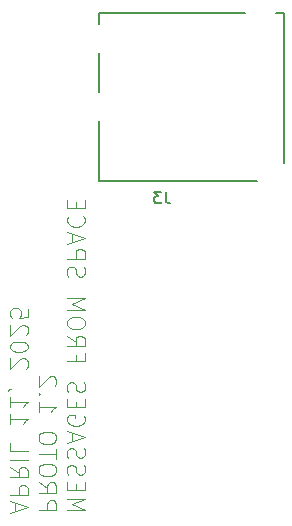
<source format=gbr>
%TF.GenerationSoftware,KiCad,Pcbnew,9.0.0*%
%TF.CreationDate,2025-04-11T15:06:13-04:00*%
%TF.ProjectId,Radiation3,52616469-6174-4696-9f6e-332e6b696361,rev?*%
%TF.SameCoordinates,Original*%
%TF.FileFunction,Legend,Bot*%
%TF.FilePolarity,Positive*%
%FSLAX46Y46*%
G04 Gerber Fmt 4.6, Leading zero omitted, Abs format (unit mm)*
G04 Created by KiCad (PCBNEW 9.0.0) date 2025-04-11 15:06:13*
%MOMM*%
%LPD*%
G01*
G04 APERTURE LIST*
%ADD10C,0.100000*%
%ADD11C,0.150000*%
%ADD12C,0.152400*%
G04 APERTURE END LIST*
D10*
X92268603Y-136277068D02*
X93768603Y-136277068D01*
X93768603Y-136277068D02*
X92697174Y-135777068D01*
X92697174Y-135777068D02*
X93768603Y-135277068D01*
X93768603Y-135277068D02*
X92268603Y-135277068D01*
X93054317Y-134562782D02*
X93054317Y-134062782D01*
X92268603Y-133848496D02*
X92268603Y-134562782D01*
X92268603Y-134562782D02*
X93768603Y-134562782D01*
X93768603Y-134562782D02*
X93768603Y-133848496D01*
X92340032Y-133277067D02*
X92268603Y-133062782D01*
X92268603Y-133062782D02*
X92268603Y-132705639D01*
X92268603Y-132705639D02*
X92340032Y-132562782D01*
X92340032Y-132562782D02*
X92411460Y-132491353D01*
X92411460Y-132491353D02*
X92554317Y-132419924D01*
X92554317Y-132419924D02*
X92697174Y-132419924D01*
X92697174Y-132419924D02*
X92840032Y-132491353D01*
X92840032Y-132491353D02*
X92911460Y-132562782D01*
X92911460Y-132562782D02*
X92982889Y-132705639D01*
X92982889Y-132705639D02*
X93054317Y-132991353D01*
X93054317Y-132991353D02*
X93125746Y-133134210D01*
X93125746Y-133134210D02*
X93197174Y-133205639D01*
X93197174Y-133205639D02*
X93340032Y-133277067D01*
X93340032Y-133277067D02*
X93482889Y-133277067D01*
X93482889Y-133277067D02*
X93625746Y-133205639D01*
X93625746Y-133205639D02*
X93697174Y-133134210D01*
X93697174Y-133134210D02*
X93768603Y-132991353D01*
X93768603Y-132991353D02*
X93768603Y-132634210D01*
X93768603Y-132634210D02*
X93697174Y-132419924D01*
X92340032Y-131848496D02*
X92268603Y-131634211D01*
X92268603Y-131634211D02*
X92268603Y-131277068D01*
X92268603Y-131277068D02*
X92340032Y-131134211D01*
X92340032Y-131134211D02*
X92411460Y-131062782D01*
X92411460Y-131062782D02*
X92554317Y-130991353D01*
X92554317Y-130991353D02*
X92697174Y-130991353D01*
X92697174Y-130991353D02*
X92840032Y-131062782D01*
X92840032Y-131062782D02*
X92911460Y-131134211D01*
X92911460Y-131134211D02*
X92982889Y-131277068D01*
X92982889Y-131277068D02*
X93054317Y-131562782D01*
X93054317Y-131562782D02*
X93125746Y-131705639D01*
X93125746Y-131705639D02*
X93197174Y-131777068D01*
X93197174Y-131777068D02*
X93340032Y-131848496D01*
X93340032Y-131848496D02*
X93482889Y-131848496D01*
X93482889Y-131848496D02*
X93625746Y-131777068D01*
X93625746Y-131777068D02*
X93697174Y-131705639D01*
X93697174Y-131705639D02*
X93768603Y-131562782D01*
X93768603Y-131562782D02*
X93768603Y-131205639D01*
X93768603Y-131205639D02*
X93697174Y-130991353D01*
X92697174Y-130419925D02*
X92697174Y-129705640D01*
X92268603Y-130562782D02*
X93768603Y-130062782D01*
X93768603Y-130062782D02*
X92268603Y-129562782D01*
X93697174Y-128277068D02*
X93768603Y-128419926D01*
X93768603Y-128419926D02*
X93768603Y-128634211D01*
X93768603Y-128634211D02*
X93697174Y-128848497D01*
X93697174Y-128848497D02*
X93554317Y-128991354D01*
X93554317Y-128991354D02*
X93411460Y-129062783D01*
X93411460Y-129062783D02*
X93125746Y-129134211D01*
X93125746Y-129134211D02*
X92911460Y-129134211D01*
X92911460Y-129134211D02*
X92625746Y-129062783D01*
X92625746Y-129062783D02*
X92482889Y-128991354D01*
X92482889Y-128991354D02*
X92340032Y-128848497D01*
X92340032Y-128848497D02*
X92268603Y-128634211D01*
X92268603Y-128634211D02*
X92268603Y-128491354D01*
X92268603Y-128491354D02*
X92340032Y-128277068D01*
X92340032Y-128277068D02*
X92411460Y-128205640D01*
X92411460Y-128205640D02*
X92911460Y-128205640D01*
X92911460Y-128205640D02*
X92911460Y-128491354D01*
X93054317Y-127562783D02*
X93054317Y-127062783D01*
X92268603Y-126848497D02*
X92268603Y-127562783D01*
X92268603Y-127562783D02*
X93768603Y-127562783D01*
X93768603Y-127562783D02*
X93768603Y-126848497D01*
X92340032Y-126277068D02*
X92268603Y-126062783D01*
X92268603Y-126062783D02*
X92268603Y-125705640D01*
X92268603Y-125705640D02*
X92340032Y-125562783D01*
X92340032Y-125562783D02*
X92411460Y-125491354D01*
X92411460Y-125491354D02*
X92554317Y-125419925D01*
X92554317Y-125419925D02*
X92697174Y-125419925D01*
X92697174Y-125419925D02*
X92840032Y-125491354D01*
X92840032Y-125491354D02*
X92911460Y-125562783D01*
X92911460Y-125562783D02*
X92982889Y-125705640D01*
X92982889Y-125705640D02*
X93054317Y-125991354D01*
X93054317Y-125991354D02*
X93125746Y-126134211D01*
X93125746Y-126134211D02*
X93197174Y-126205640D01*
X93197174Y-126205640D02*
X93340032Y-126277068D01*
X93340032Y-126277068D02*
X93482889Y-126277068D01*
X93482889Y-126277068D02*
X93625746Y-126205640D01*
X93625746Y-126205640D02*
X93697174Y-126134211D01*
X93697174Y-126134211D02*
X93768603Y-125991354D01*
X93768603Y-125991354D02*
X93768603Y-125634211D01*
X93768603Y-125634211D02*
X93697174Y-125419925D01*
X93054317Y-123134212D02*
X93054317Y-123634212D01*
X92268603Y-123634212D02*
X93768603Y-123634212D01*
X93768603Y-123634212D02*
X93768603Y-122919926D01*
X92268603Y-121491355D02*
X92982889Y-121991355D01*
X92268603Y-122348498D02*
X93768603Y-122348498D01*
X93768603Y-122348498D02*
X93768603Y-121777069D01*
X93768603Y-121777069D02*
X93697174Y-121634212D01*
X93697174Y-121634212D02*
X93625746Y-121562783D01*
X93625746Y-121562783D02*
X93482889Y-121491355D01*
X93482889Y-121491355D02*
X93268603Y-121491355D01*
X93268603Y-121491355D02*
X93125746Y-121562783D01*
X93125746Y-121562783D02*
X93054317Y-121634212D01*
X93054317Y-121634212D02*
X92982889Y-121777069D01*
X92982889Y-121777069D02*
X92982889Y-122348498D01*
X93768603Y-120562783D02*
X93768603Y-120277069D01*
X93768603Y-120277069D02*
X93697174Y-120134212D01*
X93697174Y-120134212D02*
X93554317Y-119991355D01*
X93554317Y-119991355D02*
X93268603Y-119919926D01*
X93268603Y-119919926D02*
X92768603Y-119919926D01*
X92768603Y-119919926D02*
X92482889Y-119991355D01*
X92482889Y-119991355D02*
X92340032Y-120134212D01*
X92340032Y-120134212D02*
X92268603Y-120277069D01*
X92268603Y-120277069D02*
X92268603Y-120562783D01*
X92268603Y-120562783D02*
X92340032Y-120705641D01*
X92340032Y-120705641D02*
X92482889Y-120848498D01*
X92482889Y-120848498D02*
X92768603Y-120919926D01*
X92768603Y-120919926D02*
X93268603Y-120919926D01*
X93268603Y-120919926D02*
X93554317Y-120848498D01*
X93554317Y-120848498D02*
X93697174Y-120705641D01*
X93697174Y-120705641D02*
X93768603Y-120562783D01*
X92268603Y-119277069D02*
X93768603Y-119277069D01*
X93768603Y-119277069D02*
X92697174Y-118777069D01*
X92697174Y-118777069D02*
X93768603Y-118277069D01*
X93768603Y-118277069D02*
X92268603Y-118277069D01*
X92340032Y-116491354D02*
X92268603Y-116277069D01*
X92268603Y-116277069D02*
X92268603Y-115919926D01*
X92268603Y-115919926D02*
X92340032Y-115777069D01*
X92340032Y-115777069D02*
X92411460Y-115705640D01*
X92411460Y-115705640D02*
X92554317Y-115634211D01*
X92554317Y-115634211D02*
X92697174Y-115634211D01*
X92697174Y-115634211D02*
X92840032Y-115705640D01*
X92840032Y-115705640D02*
X92911460Y-115777069D01*
X92911460Y-115777069D02*
X92982889Y-115919926D01*
X92982889Y-115919926D02*
X93054317Y-116205640D01*
X93054317Y-116205640D02*
X93125746Y-116348497D01*
X93125746Y-116348497D02*
X93197174Y-116419926D01*
X93197174Y-116419926D02*
X93340032Y-116491354D01*
X93340032Y-116491354D02*
X93482889Y-116491354D01*
X93482889Y-116491354D02*
X93625746Y-116419926D01*
X93625746Y-116419926D02*
X93697174Y-116348497D01*
X93697174Y-116348497D02*
X93768603Y-116205640D01*
X93768603Y-116205640D02*
X93768603Y-115848497D01*
X93768603Y-115848497D02*
X93697174Y-115634211D01*
X92268603Y-114991355D02*
X93768603Y-114991355D01*
X93768603Y-114991355D02*
X93768603Y-114419926D01*
X93768603Y-114419926D02*
X93697174Y-114277069D01*
X93697174Y-114277069D02*
X93625746Y-114205640D01*
X93625746Y-114205640D02*
X93482889Y-114134212D01*
X93482889Y-114134212D02*
X93268603Y-114134212D01*
X93268603Y-114134212D02*
X93125746Y-114205640D01*
X93125746Y-114205640D02*
X93054317Y-114277069D01*
X93054317Y-114277069D02*
X92982889Y-114419926D01*
X92982889Y-114419926D02*
X92982889Y-114991355D01*
X92697174Y-113562783D02*
X92697174Y-112848498D01*
X92268603Y-113705640D02*
X93768603Y-113205640D01*
X93768603Y-113205640D02*
X92268603Y-112705640D01*
X92411460Y-111348498D02*
X92340032Y-111419926D01*
X92340032Y-111419926D02*
X92268603Y-111634212D01*
X92268603Y-111634212D02*
X92268603Y-111777069D01*
X92268603Y-111777069D02*
X92340032Y-111991355D01*
X92340032Y-111991355D02*
X92482889Y-112134212D01*
X92482889Y-112134212D02*
X92625746Y-112205641D01*
X92625746Y-112205641D02*
X92911460Y-112277069D01*
X92911460Y-112277069D02*
X93125746Y-112277069D01*
X93125746Y-112277069D02*
X93411460Y-112205641D01*
X93411460Y-112205641D02*
X93554317Y-112134212D01*
X93554317Y-112134212D02*
X93697174Y-111991355D01*
X93697174Y-111991355D02*
X93768603Y-111777069D01*
X93768603Y-111777069D02*
X93768603Y-111634212D01*
X93768603Y-111634212D02*
X93697174Y-111419926D01*
X93697174Y-111419926D02*
X93625746Y-111348498D01*
X93054317Y-110705641D02*
X93054317Y-110205641D01*
X92268603Y-109991355D02*
X92268603Y-110705641D01*
X92268603Y-110705641D02*
X93768603Y-110705641D01*
X93768603Y-110705641D02*
X93768603Y-109991355D01*
X89853687Y-136277068D02*
X91353687Y-136277068D01*
X91353687Y-136277068D02*
X91353687Y-135705639D01*
X91353687Y-135705639D02*
X91282258Y-135562782D01*
X91282258Y-135562782D02*
X91210830Y-135491353D01*
X91210830Y-135491353D02*
X91067973Y-135419925D01*
X91067973Y-135419925D02*
X90853687Y-135419925D01*
X90853687Y-135419925D02*
X90710830Y-135491353D01*
X90710830Y-135491353D02*
X90639401Y-135562782D01*
X90639401Y-135562782D02*
X90567973Y-135705639D01*
X90567973Y-135705639D02*
X90567973Y-136277068D01*
X89853687Y-133919925D02*
X90567973Y-134419925D01*
X89853687Y-134777068D02*
X91353687Y-134777068D01*
X91353687Y-134777068D02*
X91353687Y-134205639D01*
X91353687Y-134205639D02*
X91282258Y-134062782D01*
X91282258Y-134062782D02*
X91210830Y-133991353D01*
X91210830Y-133991353D02*
X91067973Y-133919925D01*
X91067973Y-133919925D02*
X90853687Y-133919925D01*
X90853687Y-133919925D02*
X90710830Y-133991353D01*
X90710830Y-133991353D02*
X90639401Y-134062782D01*
X90639401Y-134062782D02*
X90567973Y-134205639D01*
X90567973Y-134205639D02*
X90567973Y-134777068D01*
X91353687Y-132991353D02*
X91353687Y-132705639D01*
X91353687Y-132705639D02*
X91282258Y-132562782D01*
X91282258Y-132562782D02*
X91139401Y-132419925D01*
X91139401Y-132419925D02*
X90853687Y-132348496D01*
X90853687Y-132348496D02*
X90353687Y-132348496D01*
X90353687Y-132348496D02*
X90067973Y-132419925D01*
X90067973Y-132419925D02*
X89925116Y-132562782D01*
X89925116Y-132562782D02*
X89853687Y-132705639D01*
X89853687Y-132705639D02*
X89853687Y-132991353D01*
X89853687Y-132991353D02*
X89925116Y-133134211D01*
X89925116Y-133134211D02*
X90067973Y-133277068D01*
X90067973Y-133277068D02*
X90353687Y-133348496D01*
X90353687Y-133348496D02*
X90853687Y-133348496D01*
X90853687Y-133348496D02*
X91139401Y-133277068D01*
X91139401Y-133277068D02*
X91282258Y-133134211D01*
X91282258Y-133134211D02*
X91353687Y-132991353D01*
X91353687Y-131919924D02*
X91353687Y-131062782D01*
X89853687Y-131491353D02*
X91353687Y-131491353D01*
X91353687Y-130277067D02*
X91353687Y-129991353D01*
X91353687Y-129991353D02*
X91282258Y-129848496D01*
X91282258Y-129848496D02*
X91139401Y-129705639D01*
X91139401Y-129705639D02*
X90853687Y-129634210D01*
X90853687Y-129634210D02*
X90353687Y-129634210D01*
X90353687Y-129634210D02*
X90067973Y-129705639D01*
X90067973Y-129705639D02*
X89925116Y-129848496D01*
X89925116Y-129848496D02*
X89853687Y-129991353D01*
X89853687Y-129991353D02*
X89853687Y-130277067D01*
X89853687Y-130277067D02*
X89925116Y-130419925D01*
X89925116Y-130419925D02*
X90067973Y-130562782D01*
X90067973Y-130562782D02*
X90353687Y-130634210D01*
X90353687Y-130634210D02*
X90853687Y-130634210D01*
X90853687Y-130634210D02*
X91139401Y-130562782D01*
X91139401Y-130562782D02*
X91282258Y-130419925D01*
X91282258Y-130419925D02*
X91353687Y-130277067D01*
X89853687Y-127062781D02*
X89853687Y-127919924D01*
X89853687Y-127491353D02*
X91353687Y-127491353D01*
X91353687Y-127491353D02*
X91139401Y-127634210D01*
X91139401Y-127634210D02*
X90996544Y-127777067D01*
X90996544Y-127777067D02*
X90925116Y-127919924D01*
X89996544Y-126419925D02*
X89925116Y-126348496D01*
X89925116Y-126348496D02*
X89853687Y-126419925D01*
X89853687Y-126419925D02*
X89925116Y-126491353D01*
X89925116Y-126491353D02*
X89996544Y-126419925D01*
X89996544Y-126419925D02*
X89853687Y-126419925D01*
X91210830Y-125777067D02*
X91282258Y-125705639D01*
X91282258Y-125705639D02*
X91353687Y-125562782D01*
X91353687Y-125562782D02*
X91353687Y-125205639D01*
X91353687Y-125205639D02*
X91282258Y-125062782D01*
X91282258Y-125062782D02*
X91210830Y-124991353D01*
X91210830Y-124991353D02*
X91067973Y-124919924D01*
X91067973Y-124919924D02*
X90925116Y-124919924D01*
X90925116Y-124919924D02*
X90710830Y-124991353D01*
X90710830Y-124991353D02*
X89853687Y-125848496D01*
X89853687Y-125848496D02*
X89853687Y-124919924D01*
X87867342Y-136348496D02*
X87867342Y-135634211D01*
X87438771Y-136491353D02*
X88938771Y-135991353D01*
X88938771Y-135991353D02*
X87438771Y-135491353D01*
X87438771Y-134991354D02*
X88938771Y-134991354D01*
X88938771Y-134991354D02*
X88938771Y-134419925D01*
X88938771Y-134419925D02*
X88867342Y-134277068D01*
X88867342Y-134277068D02*
X88795914Y-134205639D01*
X88795914Y-134205639D02*
X88653057Y-134134211D01*
X88653057Y-134134211D02*
X88438771Y-134134211D01*
X88438771Y-134134211D02*
X88295914Y-134205639D01*
X88295914Y-134205639D02*
X88224485Y-134277068D01*
X88224485Y-134277068D02*
X88153057Y-134419925D01*
X88153057Y-134419925D02*
X88153057Y-134991354D01*
X87438771Y-132634211D02*
X88153057Y-133134211D01*
X87438771Y-133491354D02*
X88938771Y-133491354D01*
X88938771Y-133491354D02*
X88938771Y-132919925D01*
X88938771Y-132919925D02*
X88867342Y-132777068D01*
X88867342Y-132777068D02*
X88795914Y-132705639D01*
X88795914Y-132705639D02*
X88653057Y-132634211D01*
X88653057Y-132634211D02*
X88438771Y-132634211D01*
X88438771Y-132634211D02*
X88295914Y-132705639D01*
X88295914Y-132705639D02*
X88224485Y-132777068D01*
X88224485Y-132777068D02*
X88153057Y-132919925D01*
X88153057Y-132919925D02*
X88153057Y-133491354D01*
X87438771Y-131991354D02*
X88938771Y-131991354D01*
X87438771Y-130562782D02*
X87438771Y-131277068D01*
X87438771Y-131277068D02*
X88938771Y-131277068D01*
X87438771Y-128134210D02*
X87438771Y-128991353D01*
X87438771Y-128562782D02*
X88938771Y-128562782D01*
X88938771Y-128562782D02*
X88724485Y-128705639D01*
X88724485Y-128705639D02*
X88581628Y-128848496D01*
X88581628Y-128848496D02*
X88510200Y-128991353D01*
X87438771Y-126705639D02*
X87438771Y-127562782D01*
X87438771Y-127134211D02*
X88938771Y-127134211D01*
X88938771Y-127134211D02*
X88724485Y-127277068D01*
X88724485Y-127277068D02*
X88581628Y-127419925D01*
X88581628Y-127419925D02*
X88510200Y-127562782D01*
X87510200Y-125991354D02*
X87438771Y-125991354D01*
X87438771Y-125991354D02*
X87295914Y-126062783D01*
X87295914Y-126062783D02*
X87224485Y-126134211D01*
X88795914Y-124277068D02*
X88867342Y-124205640D01*
X88867342Y-124205640D02*
X88938771Y-124062783D01*
X88938771Y-124062783D02*
X88938771Y-123705640D01*
X88938771Y-123705640D02*
X88867342Y-123562783D01*
X88867342Y-123562783D02*
X88795914Y-123491354D01*
X88795914Y-123491354D02*
X88653057Y-123419925D01*
X88653057Y-123419925D02*
X88510200Y-123419925D01*
X88510200Y-123419925D02*
X88295914Y-123491354D01*
X88295914Y-123491354D02*
X87438771Y-124348497D01*
X87438771Y-124348497D02*
X87438771Y-123419925D01*
X88938771Y-122491354D02*
X88938771Y-122348497D01*
X88938771Y-122348497D02*
X88867342Y-122205640D01*
X88867342Y-122205640D02*
X88795914Y-122134212D01*
X88795914Y-122134212D02*
X88653057Y-122062783D01*
X88653057Y-122062783D02*
X88367342Y-121991354D01*
X88367342Y-121991354D02*
X88010200Y-121991354D01*
X88010200Y-121991354D02*
X87724485Y-122062783D01*
X87724485Y-122062783D02*
X87581628Y-122134212D01*
X87581628Y-122134212D02*
X87510200Y-122205640D01*
X87510200Y-122205640D02*
X87438771Y-122348497D01*
X87438771Y-122348497D02*
X87438771Y-122491354D01*
X87438771Y-122491354D02*
X87510200Y-122634212D01*
X87510200Y-122634212D02*
X87581628Y-122705640D01*
X87581628Y-122705640D02*
X87724485Y-122777069D01*
X87724485Y-122777069D02*
X88010200Y-122848497D01*
X88010200Y-122848497D02*
X88367342Y-122848497D01*
X88367342Y-122848497D02*
X88653057Y-122777069D01*
X88653057Y-122777069D02*
X88795914Y-122705640D01*
X88795914Y-122705640D02*
X88867342Y-122634212D01*
X88867342Y-122634212D02*
X88938771Y-122491354D01*
X88795914Y-121419926D02*
X88867342Y-121348498D01*
X88867342Y-121348498D02*
X88938771Y-121205641D01*
X88938771Y-121205641D02*
X88938771Y-120848498D01*
X88938771Y-120848498D02*
X88867342Y-120705641D01*
X88867342Y-120705641D02*
X88795914Y-120634212D01*
X88795914Y-120634212D02*
X88653057Y-120562783D01*
X88653057Y-120562783D02*
X88510200Y-120562783D01*
X88510200Y-120562783D02*
X88295914Y-120634212D01*
X88295914Y-120634212D02*
X87438771Y-121491355D01*
X87438771Y-121491355D02*
X87438771Y-120562783D01*
X88938771Y-119205641D02*
X88938771Y-119919927D01*
X88938771Y-119919927D02*
X88224485Y-119991355D01*
X88224485Y-119991355D02*
X88295914Y-119919927D01*
X88295914Y-119919927D02*
X88367342Y-119777070D01*
X88367342Y-119777070D02*
X88367342Y-119419927D01*
X88367342Y-119419927D02*
X88295914Y-119277070D01*
X88295914Y-119277070D02*
X88224485Y-119205641D01*
X88224485Y-119205641D02*
X88081628Y-119134212D01*
X88081628Y-119134212D02*
X87724485Y-119134212D01*
X87724485Y-119134212D02*
X87581628Y-119205641D01*
X87581628Y-119205641D02*
X87510200Y-119277070D01*
X87510200Y-119277070D02*
X87438771Y-119419927D01*
X87438771Y-119419927D02*
X87438771Y-119777070D01*
X87438771Y-119777070D02*
X87510200Y-119919927D01*
X87510200Y-119919927D02*
X87581628Y-119991355D01*
D11*
X100633333Y-109294820D02*
X100633333Y-110009105D01*
X100633333Y-110009105D02*
X100680952Y-110151962D01*
X100680952Y-110151962D02*
X100776190Y-110247201D01*
X100776190Y-110247201D02*
X100919047Y-110294820D01*
X100919047Y-110294820D02*
X101014285Y-110294820D01*
X100252380Y-109294820D02*
X99633333Y-109294820D01*
X99633333Y-109294820D02*
X99966666Y-109675772D01*
X99966666Y-109675772D02*
X99823809Y-109675772D01*
X99823809Y-109675772D02*
X99728571Y-109723391D01*
X99728571Y-109723391D02*
X99680952Y-109771010D01*
X99680952Y-109771010D02*
X99633333Y-109866248D01*
X99633333Y-109866248D02*
X99633333Y-110104343D01*
X99633333Y-110104343D02*
X99680952Y-110199581D01*
X99680952Y-110199581D02*
X99728571Y-110247201D01*
X99728571Y-110247201D02*
X99823809Y-110294820D01*
X99823809Y-110294820D02*
X100109523Y-110294820D01*
X100109523Y-110294820D02*
X100204761Y-110247201D01*
X100204761Y-110247201D02*
X100252380Y-110199581D01*
D12*
%TO.C,J3*%
X94951400Y-94175300D02*
X94951400Y-95115560D01*
X94951400Y-97584440D02*
X94951400Y-100815561D01*
X94951400Y-103284441D02*
X94951400Y-108424700D01*
X94951400Y-108424700D02*
X108343161Y-108424700D01*
X107343161Y-94175300D02*
X94951400Y-94175300D01*
X110648600Y-94175300D02*
X109913641Y-94175300D01*
X110648600Y-106875722D02*
X110648600Y-94175300D01*
%TD*%
M02*

</source>
